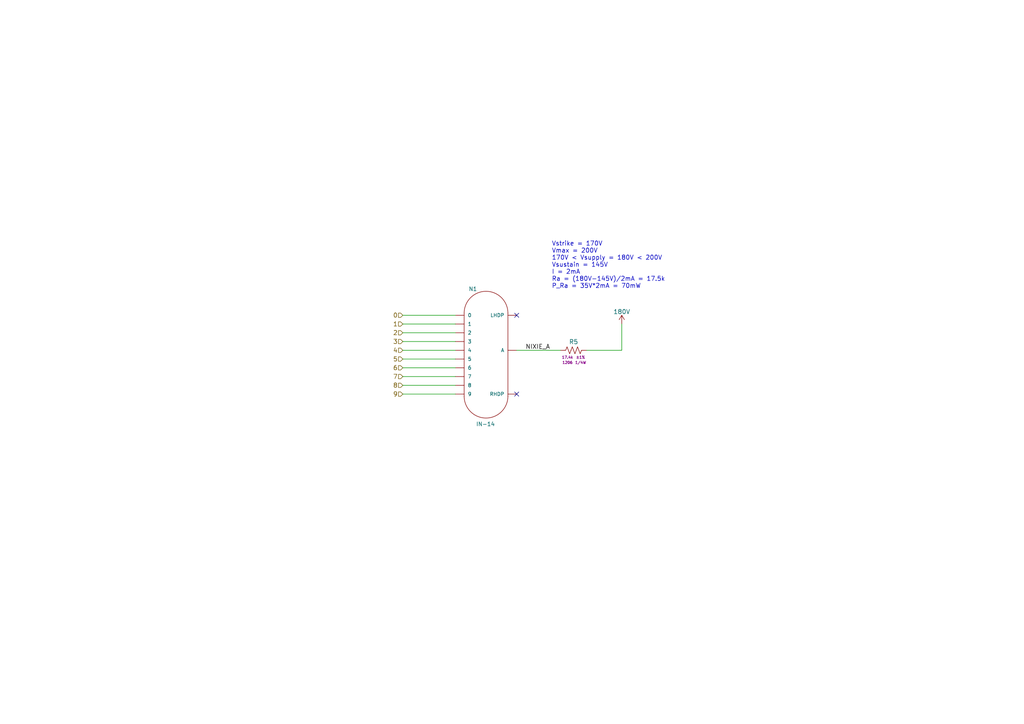
<source format=kicad_sch>
(kicad_sch (version 20211123) (generator eeschema)
  (paper "A4")
  (lib_symbols
    (symbol "arjun_symbols:+180V" (power) (pin_names (offset 0))
      (property "Value" "+180V" (at 0 3.556 0))
      (symbol "+180V_0_1"
        (polyline (pts (xy -0.762 1.27) (xy 0 2.54)))
        (polyline (pts (xy 0 0) (xy 0 2.54)))
        (polyline (pts (xy 0 2.54) (xy 0.762 1.27)))
      )
      (symbol "+180V_1_1"
        (pin power_in line (at 0 0 90) (length 0) hide (name "180V") (number "1"))
      )
    )
    (symbol "arjun_symbols:IN-14" (pin_numbers hide) (pin_names (offset 1.016))
      (property "Reference" "N" (at 5.08 8.255 0))
      (property "Value" "IN-14" (at 5.08 -33.02 0))
      (symbol "IN-14_1_0"
        (polyline (pts (xy 2.54 -23.495) (xy 2.54 0.635)))
        (polyline (pts (xy 15.24 -23.495) (xy 15.24 0.635)))
      )
      (symbol "IN-14_1_1"
        (arc (start 2.54 -23.495) (mid 8.89 -29.845) (end 15.24 -23.495))
        (arc (start 15.24 0.635) (mid 8.89 6.985) (end 2.54 0.635))
        (pin bidirectional line (at 0 0 0) (length 2.54) (name "0") (number "0"))
        (pin bidirectional line (at 0 -2.54 0) (length 2.54) (name "1") (number "1"))
        (pin bidirectional line (at 0 -5.08 0) (length 2.54) (name "2") (number "2"))
        (pin bidirectional line (at 0 -7.62 0) (length 2.54) (name "3") (number "3"))
        (pin bidirectional line (at 0 -10.16 0) (length 2.54) (name "4") (number "4"))
        (pin bidirectional line (at 0 -12.7 0) (length 2.54) (name "5") (number "5"))
        (pin bidirectional line (at 0 -15.24 0) (length 2.54) (name "6") (number "6"))
        (pin bidirectional line (at 0 -17.78 0) (length 2.54) (name "7") (number "7"))
        (pin bidirectional line (at 0 -20.32 0) (length 2.54) (name "8") (number "8"))
        (pin bidirectional line (at 0 -22.86 0) (length 2.54) (name "9") (number "9"))
        (pin bidirectional line (at 17.78 -10.16 180) (length 2.54) (name "A") (number "A"))
        (pin bidirectional line (at 17.78 0 180) (length 2.54) (name "LHDP") (number "LHDP"))
        (pin bidirectional line (at 17.78 -22.86 180) (length 2.54) (name "RHDP") (number "RHDP"))
      )
    )
    (symbol "arjun_symbols:RES_17K4_1P_1{slash}4W_1206" (pin_numbers hide) (pin_names (offset 0))
      (property "Reference" "R" (at -3.175 -3.81 90))
      (property "Resistance" "17.4k" (at 2.032 -5.588 90))
      (property "Tolerance" "±1% " (at 2.032 -1.524 90))
      (property "Package" "1206" (at 3.556 -5.588 90))
      (property "Power" "1/4W" (at 3.556 -1.778 90))
      (symbol "RES_17K4_1P_1{slash}4W_1206_0_1"
        (polyline (pts (xy 0 -6.096) (xy 0 -6.35)))
        (polyline (pts (xy 0 -1.524) (xy 0 -1.27)))
        (polyline (pts (xy 0 -4.572) (xy 1.016 -4.953) (xy 0 -5.334) (xy -1.016 -5.715) (xy 0 -6.096)))
        (polyline (pts (xy 0 -3.048) (xy 1.016 -3.429) (xy 0 -3.81) (xy -1.016 -4.191) (xy 0 -4.572)))
        (polyline (pts (xy 0 -1.524) (xy 1.016 -1.905) (xy 0 -2.286) (xy -1.016 -2.667) (xy 0 -3.048)))
      )
      (symbol "RES_17K4_1P_1{slash}4W_1206_1_1"
        (pin passive line (at 0 0 270) (length 1.27) (name "~") (number "1"))
        (pin passive line (at 0 -7.62 90) (length 1.27) (name "~") (number "2"))
      )
    )
  )
  (no_connect (at 149.86 91.44))
  (no_connect (at 149.86 114.3))
  (wire (pts (xy 116.84 93.98) (xy 132.08 93.98)))
  (wire (pts (xy 149.86 101.6) (xy 162.56 101.6)))
  (wire (pts (xy 116.84 111.76) (xy 132.08 111.76)))
  (wire (pts (xy 116.84 109.22) (xy 132.08 109.22)))
  (wire (pts (xy 116.84 91.44) (xy 132.08 91.44)))
  (wire (pts (xy 116.84 106.68) (xy 132.08 106.68)))
  (wire (pts (xy 180.34 101.6) (xy 180.34 93.98)))
  (wire (pts (xy 116.84 96.52) (xy 132.08 96.52)))
  (wire (pts (xy 116.84 104.14) (xy 132.08 104.14)))
  (wire (pts (xy 170.18 101.6) (xy 180.34 101.6)))
  (wire (pts (xy 116.84 101.6) (xy 132.08 101.6)))
  (wire (pts (xy 116.84 114.3) (xy 132.08 114.3)))
  (wire (pts (xy 116.84 99.06) (xy 132.08 99.06)))
  (text "Vstrike = 170V\nVmax = 200V\n170V < Vsupply = 180V < 200V\nVsustain = 145V\nI = 2mA\nRa = (180V-145V)/2mA = 17.5k\nP_Ra = 35V*2mA = 70mW" (at 160.02 83.82 0) (effects (font (size 1.27 1.27)) (justify left bottom)))
  (label "NIXIE_A" (at 152.4 101.6 0))
  (hierarchical_label "1" (shape input) (at 116.84 93.98 180))
  (hierarchical_label "9" (shape input) (at 116.84 114.3 180))
  (hierarchical_label "6" (shape input) (at 116.84 106.68 180))
  (hierarchical_label "8" (shape input) (at 116.84 111.76 180))
  (hierarchical_label "3" (shape input) (at 116.84 99.06 180))
  (hierarchical_label "2" (shape input) (at 116.84 96.52 180))
  (hierarchical_label "7" (shape input) (at 116.84 109.22 180))
  (hierarchical_label "0" (shape input) (at 116.84 91.44 180))
  (hierarchical_label "4" (shape input) (at 116.84 101.6 180))
  (hierarchical_label "5" (shape input) (at 116.84 104.14 180))
  (symbol (lib_id "arjun_symbols:RES_17K4_1P_1{slash}4W_1206") (at 170.18 101.6 270) (unit 1)
    (property "Reference" "R5" (at 166.37 98.425 90) (effects (justify top)))
    (property "Value" "RES_17K4_1P_1/4W_1206" (effects hide))
    (property "Footprint" "Resistor_SMD:R_1206_3216Metric" (effects hide))
    (property "Datasheet" "https://www.yageo.com/upload/media/product/productsearch/datasheet/rchip/PYu-RC_Group_51_RoHS_L_12.pdf" (effects hide))
    (property "Manufacturer" "YAGEO" (effects hide))
    (property "ManufacturerPN" "RC1206FR-0717K4L" (effects hide))
    (property "Vendor" "Digi-Key" (effects hide))
    (property "VendorPN" "311-17.4KFRCT-ND" (effects hide))
    (property "Resistance" "17.4k" (at 164.592 103.632 90) (effects (font (size 0.762 0.762))))
    (property "Tolerance" "±1% " (at 168.656 103.632 90) (effects (font (size 0.762 0.762))))
    (property "Package" "1206" (at 164.592 105.156 90) (effects (font (size 0.762 0.762))))
    (property "Power" "1/4W" (at 168.402 105.156 90) (effects (font (size 0.762 0.762))))
  )
  (symbol (lib_id "arjun_symbols:IN-14") (at 132.08 91.44 0) (unit 1)
    (property "Reference" "N1" (at 137.16 83.82 0) (effects (font (size 1.143 1.143))))
    (property "Value" "IN-14" (at 140.8258 123.001 0) (effects (font (size 1.143 1.143))))
    (property "Footprint" "arjun_footprints:IN-14" (effects hide))
    (property "Datasheet" "https://tubehobby.com/datasheets/in14.pdf" (effects hide))
    (property "Datasheet2" "http://www.tube-tester.com/sites/nixie/data/in-14/in-14.htm" (effects hide))
    (property "Datasheet3" "http://www.tube-tester.com/sites/nixie/dat_arch/IN-14_01.pdf" (effects hide))
  )
  (symbol (lib_id "arjun_symbols:+180V") (at 180.34 93.98 0) (unit 1)
    (property "Reference" "#PWR06" (effects hide))
    (property "Value" "+180V" (at 180.34 90.424 0))
  )
)
</source>
